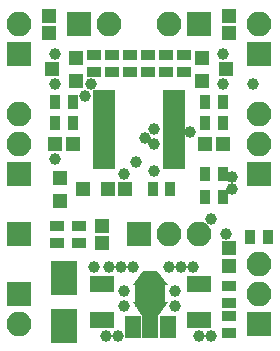
<source format=gbr>
G04 #@! TF.GenerationSoftware,KiCad,Pcbnew,(5.0.0)*
G04 #@! TF.CreationDate,2018-08-22T14:54:55+02:00*
G04 #@! TF.ProjectId,msp430_servo,6D73703433305F736572766F2E6B6963,rev?*
G04 #@! TF.SameCoordinates,Original*
G04 #@! TF.FileFunction,Soldermask,Bot*
G04 #@! TF.FilePolarity,Negative*
%FSLAX46Y46*%
G04 Gerber Fmt 4.6, Leading zero omitted, Abs format (unit mm)*
G04 Created by KiCad (PCBNEW (5.0.0)) date 08/22/18 14:54:55*
%MOMM*%
%LPD*%
G01*
G04 APERTURE LIST*
%ADD10R,2.000000X1.400000*%
%ADD11R,1.200000X1.150000*%
%ADD12R,1.150000X1.200000*%
%ADD13R,2.200000X2.900000*%
%ADD14R,1.850000X0.850000*%
%ADD15C,1.250000*%
%ADD16C,0.100000*%
%ADD17R,1.400000X1.900000*%
%ADD18R,1.400000X2.200000*%
%ADD19R,2.600000X2.240000*%
%ADD20C,1.400000*%
%ADD21R,2.100000X2.100000*%
%ADD22O,2.100000X2.100000*%
%ADD23R,1.300000X1.200000*%
%ADD24R,1.300000X0.900000*%
%ADD25R,0.900000X1.300000*%
%ADD26C,1.000000*%
G04 APERTURE END LIST*
D10*
G04 #@! TO.C,C1*
X146685000Y-118975000D03*
X146685000Y-115975000D03*
G04 #@! TD*
D11*
G04 #@! TO.C,C2*
X144260000Y-104140000D03*
X142760000Y-104140000D03*
G04 #@! TD*
G04 #@! TO.C,C3*
X155460000Y-104140000D03*
X156960000Y-104140000D03*
G04 #@! TD*
D12*
G04 #@! TO.C,C4*
X142240000Y-94730000D03*
X142240000Y-93230000D03*
G04 #@! TD*
G04 #@! TO.C,C5*
X157480000Y-94730000D03*
X157480000Y-93230000D03*
G04 #@! TD*
D10*
G04 #@! TO.C,C6*
X154940000Y-118975000D03*
X154940000Y-115975000D03*
G04 #@! TD*
D11*
G04 #@! TO.C,C7*
X148705000Y-107950000D03*
X147205000Y-107950000D03*
G04 #@! TD*
D12*
G04 #@! TO.C,C8*
X157480000Y-112915000D03*
X157480000Y-114415000D03*
G04 #@! TD*
D13*
G04 #@! TO.C,D1*
X143510000Y-119475000D03*
X143510000Y-115475000D03*
G04 #@! TD*
D14*
G04 #@! TO.C,IC1*
X146910000Y-105795000D03*
X146910000Y-105145000D03*
X146910000Y-104495000D03*
X146910000Y-103845000D03*
X146910000Y-103195000D03*
X146910000Y-102545000D03*
X146910000Y-101895000D03*
X146910000Y-101245000D03*
X146910000Y-100595000D03*
X146910000Y-99945000D03*
X152810000Y-99945000D03*
X152810000Y-100595000D03*
X152810000Y-101245000D03*
X152810000Y-101895000D03*
X152810000Y-102545000D03*
X152810000Y-103195000D03*
X152810000Y-103845000D03*
X152810000Y-104495000D03*
X152810000Y-105145000D03*
X152810000Y-105795000D03*
G04 #@! TD*
D15*
G04 #@! TO.C,IC2*
X150812500Y-115443000D03*
D16*
G36*
X151416132Y-114818000D02*
X152298484Y-116068000D01*
X149326516Y-116068000D01*
X150208868Y-114818000D01*
X151416132Y-114818000D01*
X151416132Y-114818000D01*
G37*
D17*
X152312500Y-119590000D03*
D18*
X150812500Y-119443500D03*
D17*
X149312500Y-119590000D03*
D19*
X150812500Y-116776500D03*
D20*
X150812500Y-118186200D03*
D16*
G36*
X150308369Y-118886200D02*
X149328369Y-117486200D01*
X152296631Y-117486200D01*
X151316631Y-118886200D01*
X150308369Y-118886200D01*
X150308369Y-118886200D01*
G37*
G04 #@! TD*
D21*
G04 #@! TO.C,P1*
X139700000Y-116840000D03*
D22*
X139700000Y-119380000D03*
G04 #@! TD*
D21*
G04 #@! TO.C,P2*
X139700000Y-111760000D03*
G04 #@! TD*
G04 #@! TO.C,P3*
X160020000Y-119380000D03*
D22*
X160020000Y-116840000D03*
X160020000Y-114300000D03*
G04 #@! TD*
D21*
G04 #@! TO.C,P4*
X139700000Y-106680000D03*
D22*
X139700000Y-104140000D03*
X139700000Y-101600000D03*
G04 #@! TD*
D21*
G04 #@! TO.C,P5*
X139700000Y-96520000D03*
D22*
X139700000Y-93980000D03*
G04 #@! TD*
D21*
G04 #@! TO.C,P6*
X144780000Y-93980000D03*
D22*
X147320000Y-93980000D03*
G04 #@! TD*
D21*
G04 #@! TO.C,P7*
X154940000Y-93980000D03*
D22*
X152400000Y-93980000D03*
G04 #@! TD*
D21*
G04 #@! TO.C,P8*
X160020000Y-96520000D03*
D22*
X160020000Y-93980000D03*
G04 #@! TD*
D21*
G04 #@! TO.C,P9*
X160020000Y-106680000D03*
D22*
X160020000Y-104140000D03*
X160020000Y-101600000D03*
G04 #@! TD*
D21*
G04 #@! TO.C,P10*
X149860000Y-111760000D03*
D22*
X152400000Y-111760000D03*
X154940000Y-111760000D03*
G04 #@! TD*
D23*
G04 #@! TO.C,Q1*
X144510000Y-96840000D03*
X144510000Y-98740000D03*
X142510000Y-97790000D03*
G04 #@! TD*
G04 #@! TO.C,Q2*
X155210000Y-98740000D03*
X155210000Y-96840000D03*
X157210000Y-97790000D03*
G04 #@! TD*
D24*
G04 #@! TO.C,R1*
X146050000Y-98032000D03*
X146050000Y-96532000D03*
G04 #@! TD*
D25*
G04 #@! TO.C,R2*
X142760000Y-100584000D03*
X144260000Y-100584000D03*
G04 #@! TD*
D24*
G04 #@! TO.C,R3*
X142875000Y-111010000D03*
X142875000Y-112510000D03*
G04 #@! TD*
G04 #@! TO.C,R4*
X144780000Y-112510000D03*
X144780000Y-111010000D03*
G04 #@! TD*
D25*
G04 #@! TO.C,R5*
X159270000Y-112014000D03*
X160770000Y-112014000D03*
G04 #@! TD*
G04 #@! TO.C,R6*
X144260000Y-102362000D03*
X142760000Y-102362000D03*
G04 #@! TD*
D24*
G04 #@! TO.C,R7*
X149098000Y-98032000D03*
X149098000Y-96532000D03*
G04 #@! TD*
G04 #@! TO.C,R8*
X147574000Y-98032000D03*
X147574000Y-96532000D03*
G04 #@! TD*
D25*
G04 #@! TO.C,R9*
X156960000Y-102362000D03*
X155460000Y-102362000D03*
G04 #@! TD*
D24*
G04 #@! TO.C,R10*
X150622000Y-96532000D03*
X150622000Y-98032000D03*
G04 #@! TD*
G04 #@! TO.C,R11*
X152146000Y-96532000D03*
X152146000Y-98032000D03*
G04 #@! TD*
D25*
G04 #@! TO.C,R12*
X151015000Y-107950000D03*
X152515000Y-107950000D03*
G04 #@! TD*
G04 #@! TO.C,R13*
X156960000Y-100584000D03*
X155460000Y-100584000D03*
G04 #@! TD*
G04 #@! TO.C,R14*
X156960000Y-106680000D03*
X155460000Y-106680000D03*
G04 #@! TD*
D24*
G04 #@! TO.C,R15*
X153670000Y-96532000D03*
X153670000Y-98032000D03*
G04 #@! TD*
D25*
G04 #@! TO.C,R16*
X155460000Y-108585000D03*
X156960000Y-108585000D03*
G04 #@! TD*
D12*
G04 #@! TO.C,C9*
X146685000Y-112510000D03*
X146685000Y-111010000D03*
G04 #@! TD*
D23*
G04 #@! TO.C,D2*
X143145000Y-108900000D03*
X143145000Y-107000000D03*
X145145000Y-107950000D03*
G04 #@! TD*
D24*
G04 #@! TO.C,R17*
X157480000Y-116090000D03*
X157480000Y-117590000D03*
G04 #@! TD*
G04 #@! TO.C,R18*
X157480000Y-118630000D03*
X157480000Y-120130000D03*
G04 #@! TD*
D26*
X148082000Y-120396000D03*
X147066000Y-120396000D03*
X155956000Y-120396000D03*
X154940000Y-120396000D03*
X142748000Y-105410000D03*
X159512000Y-99060000D03*
X156972000Y-99060000D03*
X156972000Y-96520000D03*
X142748000Y-96520000D03*
X142748000Y-99060000D03*
X145288000Y-100076000D03*
X145796000Y-99060000D03*
X152908000Y-117856000D03*
X152908000Y-116586000D03*
X148590000Y-117856000D03*
X148590000Y-116586000D03*
X154432000Y-114554000D03*
X153416000Y-114554000D03*
X152400000Y-114554000D03*
X149352000Y-114554000D03*
X148336000Y-114554000D03*
X147320000Y-114554000D03*
X146050000Y-114554000D03*
X157226000Y-111760000D03*
X148590000Y-106680000D03*
X149606000Y-105664000D03*
X151130000Y-106426000D03*
X154178000Y-103124000D03*
X151130000Y-102870000D03*
X151130000Y-104140000D03*
X155956000Y-110490000D03*
X150368000Y-103632000D03*
X157734000Y-106934000D03*
X157734000Y-107950000D03*
M02*

</source>
